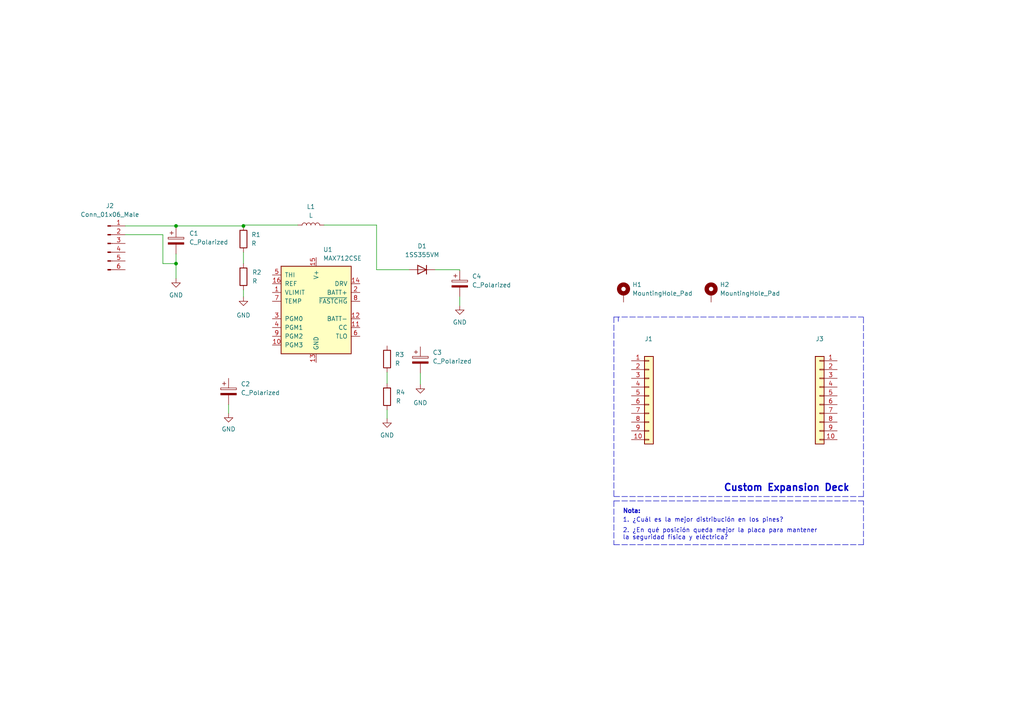
<source format=kicad_sch>
(kicad_sch (version 20211123) (generator eeschema)

  (uuid 0a335a24-3e5f-4e78-86e4-78087c4cb021)

  (paper "A4")

  (title_block
    (title "Crazyflie custom expansion deck")
    (date "2022-09-09")
    (rev "v 1.0")
    (company "@ealvarado.tec")
  )

  (lib_symbols
    (symbol "Battery_Management:MAX712CSE" (pin_names (offset 1.016)) (in_bom yes) (on_board yes)
      (property "Reference" "U" (id 0) (at -8.382 13.97 0)
        (effects (font (size 1.27 1.27)))
      )
      (property "Value" "MAX712CSE" (id 1) (at 2.54 13.97 0)
        (effects (font (size 1.27 1.27)) (justify left))
      )
      (property "Footprint" "Package_SO:SOIC-16_3.9x9.9mm_P1.27mm" (id 2) (at 0 -17.78 0)
        (effects (font (size 1.27 1.27)) hide)
      )
      (property "Datasheet" "https://datasheets.maximintegrated.com/en/ds/MAX712-MAX713.pdf" (id 3) (at -17.78 5.08 0)
        (effects (font (size 1.27 1.27)) hide)
      )
      (property "ki_keywords" "Fast-charge Nickel Metal Hydride (NiMH) from a DC source, 0 to +70 Degree Celcius, SOIC-16" (id 4) (at 0 0 0)
        (effects (font (size 1.27 1.27)) hide)
      )
      (property "ki_description" "Fast-charge Nickel Metal Hydride (NiMH) from a DC source, 0 to +70 Degree Celcius, SOIC-16" (id 5) (at 0 0 0)
        (effects (font (size 1.27 1.27)) hide)
      )
      (property "ki_fp_filters" "SOIC*3.9x9.9mm*P1.27mm*" (id 6) (at 0 0 0)
        (effects (font (size 1.27 1.27)) hide)
      )
      (symbol "MAX712CSE_0_1"
        (rectangle (start -10.16 12.7) (end 10.16 -12.7)
          (stroke (width 0.254) (type default) (color 0 0 0 0))
          (fill (type background))
        )
      )
      (symbol "MAX712CSE_1_1"
        (pin input line (at -12.7 5.08 0) (length 2.54)
          (name "VLIMIT" (effects (font (size 1.27 1.27))))
          (number "1" (effects (font (size 1.27 1.27))))
        )
        (pin input line (at -12.7 -10.16 0) (length 2.54)
          (name "PGM3" (effects (font (size 1.27 1.27))))
          (number "10" (effects (font (size 1.27 1.27))))
        )
        (pin input line (at 12.7 -5.08 180) (length 2.54)
          (name "CC" (effects (font (size 1.27 1.27))))
          (number "11" (effects (font (size 1.27 1.27))))
        )
        (pin input line (at 12.7 -2.54 180) (length 2.54)
          (name "BATT-" (effects (font (size 1.27 1.27))))
          (number "12" (effects (font (size 1.27 1.27))))
        )
        (pin power_in line (at 0 -15.24 90) (length 2.54)
          (name "GND" (effects (font (size 1.27 1.27))))
          (number "13" (effects (font (size 1.27 1.27))))
        )
        (pin output line (at 12.7 7.62 180) (length 2.54)
          (name "DRV" (effects (font (size 1.27 1.27))))
          (number "14" (effects (font (size 1.27 1.27))))
        )
        (pin power_in line (at 0 15.24 270) (length 2.54)
          (name "V+" (effects (font (size 1.27 1.27))))
          (number "15" (effects (font (size 1.27 1.27))))
        )
        (pin power_in line (at -12.7 7.62 0) (length 2.54)
          (name "REF" (effects (font (size 1.27 1.27))))
          (number "16" (effects (font (size 1.27 1.27))))
        )
        (pin power_out line (at 12.7 5.08 180) (length 2.54)
          (name "BATT+" (effects (font (size 1.27 1.27))))
          (number "2" (effects (font (size 1.27 1.27))))
        )
        (pin power_out line (at -12.7 -2.54 0) (length 2.54)
          (name "PGM0" (effects (font (size 1.27 1.27))))
          (number "3" (effects (font (size 1.27 1.27))))
        )
        (pin power_out line (at -12.7 -5.08 0) (length 2.54)
          (name "PGM1" (effects (font (size 1.27 1.27))))
          (number "4" (effects (font (size 1.27 1.27))))
        )
        (pin input line (at -12.7 10.16 0) (length 2.54)
          (name "THI" (effects (font (size 1.27 1.27))))
          (number "5" (effects (font (size 1.27 1.27))))
        )
        (pin input line (at 12.7 -7.62 180) (length 2.54)
          (name "TLO" (effects (font (size 1.27 1.27))))
          (number "6" (effects (font (size 1.27 1.27))))
        )
        (pin input line (at -12.7 2.54 0) (length 2.54)
          (name "TEMP" (effects (font (size 1.27 1.27))))
          (number "7" (effects (font (size 1.27 1.27))))
        )
        (pin open_collector line (at 12.7 2.54 180) (length 2.54)
          (name "~{FASTCHG}" (effects (font (size 1.27 1.27))))
          (number "8" (effects (font (size 1.27 1.27))))
        )
        (pin input line (at -12.7 -7.62 0) (length 2.54)
          (name "PGM2" (effects (font (size 1.27 1.27))))
          (number "9" (effects (font (size 1.27 1.27))))
        )
      )
    )
    (symbol "Connector:Conn_01x06_Male" (pin_names (offset 1.016) hide) (in_bom yes) (on_board yes)
      (property "Reference" "J" (id 0) (at 0 7.62 0)
        (effects (font (size 1.27 1.27)))
      )
      (property "Value" "Conn_01x06_Male" (id 1) (at 0 -10.16 0)
        (effects (font (size 1.27 1.27)))
      )
      (property "Footprint" "" (id 2) (at 0 0 0)
        (effects (font (size 1.27 1.27)) hide)
      )
      (property "Datasheet" "~" (id 3) (at 0 0 0)
        (effects (font (size 1.27 1.27)) hide)
      )
      (property "ki_keywords" "connector" (id 4) (at 0 0 0)
        (effects (font (size 1.27 1.27)) hide)
      )
      (property "ki_description" "Generic connector, single row, 01x06, script generated (kicad-library-utils/schlib/autogen/connector/)" (id 5) (at 0 0 0)
        (effects (font (size 1.27 1.27)) hide)
      )
      (property "ki_fp_filters" "Connector*:*_1x??_*" (id 6) (at 0 0 0)
        (effects (font (size 1.27 1.27)) hide)
      )
      (symbol "Conn_01x06_Male_1_1"
        (polyline
          (pts
            (xy 1.27 -7.62)
            (xy 0.8636 -7.62)
          )
          (stroke (width 0.1524) (type default) (color 0 0 0 0))
          (fill (type none))
        )
        (polyline
          (pts
            (xy 1.27 -5.08)
            (xy 0.8636 -5.08)
          )
          (stroke (width 0.1524) (type default) (color 0 0 0 0))
          (fill (type none))
        )
        (polyline
          (pts
            (xy 1.27 -2.54)
            (xy 0.8636 -2.54)
          )
          (stroke (width 0.1524) (type default) (color 0 0 0 0))
          (fill (type none))
        )
        (polyline
          (pts
            (xy 1.27 0)
            (xy 0.8636 0)
          )
          (stroke (width 0.1524) (type default) (color 0 0 0 0))
          (fill (type none))
        )
        (polyline
          (pts
            (xy 1.27 2.54)
            (xy 0.8636 2.54)
          )
          (stroke (width 0.1524) (type default) (color 0 0 0 0))
          (fill (type none))
        )
        (polyline
          (pts
            (xy 1.27 5.08)
            (xy 0.8636 5.08)
          )
          (stroke (width 0.1524) (type default) (color 0 0 0 0))
          (fill (type none))
        )
        (rectangle (start 0.8636 -7.493) (end 0 -7.747)
          (stroke (width 0.1524) (type default) (color 0 0 0 0))
          (fill (type outline))
        )
        (rectangle (start 0.8636 -4.953) (end 0 -5.207)
          (stroke (width 0.1524) (type default) (color 0 0 0 0))
          (fill (type outline))
        )
        (rectangle (start 0.8636 -2.413) (end 0 -2.667)
          (stroke (width 0.1524) (type default) (color 0 0 0 0))
          (fill (type outline))
        )
        (rectangle (start 0.8636 0.127) (end 0 -0.127)
          (stroke (width 0.1524) (type default) (color 0 0 0 0))
          (fill (type outline))
        )
        (rectangle (start 0.8636 2.667) (end 0 2.413)
          (stroke (width 0.1524) (type default) (color 0 0 0 0))
          (fill (type outline))
        )
        (rectangle (start 0.8636 5.207) (end 0 4.953)
          (stroke (width 0.1524) (type default) (color 0 0 0 0))
          (fill (type outline))
        )
        (pin passive line (at 5.08 5.08 180) (length 3.81)
          (name "Pin_1" (effects (font (size 1.27 1.27))))
          (number "1" (effects (font (size 1.27 1.27))))
        )
        (pin passive line (at 5.08 2.54 180) (length 3.81)
          (name "Pin_2" (effects (font (size 1.27 1.27))))
          (number "2" (effects (font (size 1.27 1.27))))
        )
        (pin passive line (at 5.08 0 180) (length 3.81)
          (name "Pin_3" (effects (font (size 1.27 1.27))))
          (number "3" (effects (font (size 1.27 1.27))))
        )
        (pin passive line (at 5.08 -2.54 180) (length 3.81)
          (name "Pin_4" (effects (font (size 1.27 1.27))))
          (number "4" (effects (font (size 1.27 1.27))))
        )
        (pin passive line (at 5.08 -5.08 180) (length 3.81)
          (name "Pin_5" (effects (font (size 1.27 1.27))))
          (number "5" (effects (font (size 1.27 1.27))))
        )
        (pin passive line (at 5.08 -7.62 180) (length 3.81)
          (name "Pin_6" (effects (font (size 1.27 1.27))))
          (number "6" (effects (font (size 1.27 1.27))))
        )
      )
    )
    (symbol "Connector_Generic:Conn_01x10" (pin_names (offset 1.016) hide) (in_bom yes) (on_board yes)
      (property "Reference" "J" (id 0) (at 0 12.7 0)
        (effects (font (size 1.27 1.27)))
      )
      (property "Value" "Conn_01x10" (id 1) (at 0 -15.24 0)
        (effects (font (size 1.27 1.27)))
      )
      (property "Footprint" "" (id 2) (at 0 0 0)
        (effects (font (size 1.27 1.27)) hide)
      )
      (property "Datasheet" "~" (id 3) (at 0 0 0)
        (effects (font (size 1.27 1.27)) hide)
      )
      (property "ki_keywords" "connector" (id 4) (at 0 0 0)
        (effects (font (size 1.27 1.27)) hide)
      )
      (property "ki_description" "Generic connector, single row, 01x10, script generated (kicad-library-utils/schlib/autogen/connector/)" (id 5) (at 0 0 0)
        (effects (font (size 1.27 1.27)) hide)
      )
      (property "ki_fp_filters" "Connector*:*_1x??_*" (id 6) (at 0 0 0)
        (effects (font (size 1.27 1.27)) hide)
      )
      (symbol "Conn_01x10_1_1"
        (rectangle (start -1.27 -12.573) (end 0 -12.827)
          (stroke (width 0.1524) (type default) (color 0 0 0 0))
          (fill (type none))
        )
        (rectangle (start -1.27 -10.033) (end 0 -10.287)
          (stroke (width 0.1524) (type default) (color 0 0 0 0))
          (fill (type none))
        )
        (rectangle (start -1.27 -7.493) (end 0 -7.747)
          (stroke (width 0.1524) (type default) (color 0 0 0 0))
          (fill (type none))
        )
        (rectangle (start -1.27 -4.953) (end 0 -5.207)
          (stroke (width 0.1524) (type default) (color 0 0 0 0))
          (fill (type none))
        )
        (rectangle (start -1.27 -2.413) (end 0 -2.667)
          (stroke (width 0.1524) (type default) (color 0 0 0 0))
          (fill (type none))
        )
        (rectangle (start -1.27 0.127) (end 0 -0.127)
          (stroke (width 0.1524) (type default) (color 0 0 0 0))
          (fill (type none))
        )
        (rectangle (start -1.27 2.667) (end 0 2.413)
          (stroke (width 0.1524) (type default) (color 0 0 0 0))
          (fill (type none))
        )
        (rectangle (start -1.27 5.207) (end 0 4.953)
          (stroke (width 0.1524) (type default) (color 0 0 0 0))
          (fill (type none))
        )
        (rectangle (start -1.27 7.747) (end 0 7.493)
          (stroke (width 0.1524) (type default) (color 0 0 0 0))
          (fill (type none))
        )
        (rectangle (start -1.27 10.287) (end 0 10.033)
          (stroke (width 0.1524) (type default) (color 0 0 0 0))
          (fill (type none))
        )
        (rectangle (start -1.27 11.43) (end 1.27 -13.97)
          (stroke (width 0.254) (type default) (color 0 0 0 0))
          (fill (type background))
        )
        (pin passive line (at -5.08 10.16 0) (length 3.81)
          (name "Pin_1" (effects (font (size 1.27 1.27))))
          (number "1" (effects (font (size 1.27 1.27))))
        )
        (pin passive line (at -5.08 -12.7 0) (length 3.81)
          (name "Pin_10" (effects (font (size 1.27 1.27))))
          (number "10" (effects (font (size 1.27 1.27))))
        )
        (pin passive line (at -5.08 7.62 0) (length 3.81)
          (name "Pin_2" (effects (font (size 1.27 1.27))))
          (number "2" (effects (font (size 1.27 1.27))))
        )
        (pin passive line (at -5.08 5.08 0) (length 3.81)
          (name "Pin_3" (effects (font (size 1.27 1.27))))
          (number "3" (effects (font (size 1.27 1.27))))
        )
        (pin passive line (at -5.08 2.54 0) (length 3.81)
          (name "Pin_4" (effects (font (size 1.27 1.27))))
          (number "4" (effects (font (size 1.27 1.27))))
        )
        (pin passive line (at -5.08 0 0) (length 3.81)
          (name "Pin_5" (effects (font (size 1.27 1.27))))
          (number "5" (effects (font (size 1.27 1.27))))
        )
        (pin passive line (at -5.08 -2.54 0) (length 3.81)
          (name "Pin_6" (effects (font (size 1.27 1.27))))
          (number "6" (effects (font (size 1.27 1.27))))
        )
        (pin passive line (at -5.08 -5.08 0) (length 3.81)
          (name "Pin_7" (effects (font (size 1.27 1.27))))
          (number "7" (effects (font (size 1.27 1.27))))
        )
        (pin passive line (at -5.08 -7.62 0) (length 3.81)
          (name "Pin_8" (effects (font (size 1.27 1.27))))
          (number "8" (effects (font (size 1.27 1.27))))
        )
        (pin passive line (at -5.08 -10.16 0) (length 3.81)
          (name "Pin_9" (effects (font (size 1.27 1.27))))
          (number "9" (effects (font (size 1.27 1.27))))
        )
      )
    )
    (symbol "Device:C_Polarized" (pin_numbers hide) (pin_names (offset 0.254)) (in_bom yes) (on_board yes)
      (property "Reference" "C" (id 0) (at 0.635 2.54 0)
        (effects (font (size 1.27 1.27)) (justify left))
      )
      (property "Value" "C_Polarized" (id 1) (at 0.635 -2.54 0)
        (effects (font (size 1.27 1.27)) (justify left))
      )
      (property "Footprint" "" (id 2) (at 0.9652 -3.81 0)
        (effects (font (size 1.27 1.27)) hide)
      )
      (property "Datasheet" "~" (id 3) (at 0 0 0)
        (effects (font (size 1.27 1.27)) hide)
      )
      (property "ki_keywords" "cap capacitor" (id 4) (at 0 0 0)
        (effects (font (size 1.27 1.27)) hide)
      )
      (property "ki_description" "Polarized capacitor" (id 5) (at 0 0 0)
        (effects (font (size 1.27 1.27)) hide)
      )
      (property "ki_fp_filters" "CP_*" (id 6) (at 0 0 0)
        (effects (font (size 1.27 1.27)) hide)
      )
      (symbol "C_Polarized_0_1"
        (rectangle (start -2.286 0.508) (end 2.286 1.016)
          (stroke (width 0) (type default) (color 0 0 0 0))
          (fill (type none))
        )
        (polyline
          (pts
            (xy -1.778 2.286)
            (xy -0.762 2.286)
          )
          (stroke (width 0) (type default) (color 0 0 0 0))
          (fill (type none))
        )
        (polyline
          (pts
            (xy -1.27 2.794)
            (xy -1.27 1.778)
          )
          (stroke (width 0) (type default) (color 0 0 0 0))
          (fill (type none))
        )
        (rectangle (start 2.286 -0.508) (end -2.286 -1.016)
          (stroke (width 0) (type default) (color 0 0 0 0))
          (fill (type outline))
        )
      )
      (symbol "C_Polarized_1_1"
        (pin passive line (at 0 3.81 270) (length 2.794)
          (name "~" (effects (font (size 1.27 1.27))))
          (number "1" (effects (font (size 1.27 1.27))))
        )
        (pin passive line (at 0 -3.81 90) (length 2.794)
          (name "~" (effects (font (size 1.27 1.27))))
          (number "2" (effects (font (size 1.27 1.27))))
        )
      )
    )
    (symbol "Device:L" (pin_numbers hide) (pin_names (offset 1.016) hide) (in_bom yes) (on_board yes)
      (property "Reference" "L" (id 0) (at -1.27 0 90)
        (effects (font (size 1.27 1.27)))
      )
      (property "Value" "L" (id 1) (at 1.905 0 90)
        (effects (font (size 1.27 1.27)))
      )
      (property "Footprint" "" (id 2) (at 0 0 0)
        (effects (font (size 1.27 1.27)) hide)
      )
      (property "Datasheet" "~" (id 3) (at 0 0 0)
        (effects (font (size 1.27 1.27)) hide)
      )
      (property "ki_keywords" "inductor choke coil reactor magnetic" (id 4) (at 0 0 0)
        (effects (font (size 1.27 1.27)) hide)
      )
      (property "ki_description" "Inductor" (id 5) (at 0 0 0)
        (effects (font (size 1.27 1.27)) hide)
      )
      (property "ki_fp_filters" "Choke_* *Coil* Inductor_* L_*" (id 6) (at 0 0 0)
        (effects (font (size 1.27 1.27)) hide)
      )
      (symbol "L_0_1"
        (arc (start 0 -2.54) (mid 0.635 -1.905) (end 0 -1.27)
          (stroke (width 0) (type default) (color 0 0 0 0))
          (fill (type none))
        )
        (arc (start 0 -1.27) (mid 0.635 -0.635) (end 0 0)
          (stroke (width 0) (type default) (color 0 0 0 0))
          (fill (type none))
        )
        (arc (start 0 0) (mid 0.635 0.635) (end 0 1.27)
          (stroke (width 0) (type default) (color 0 0 0 0))
          (fill (type none))
        )
        (arc (start 0 1.27) (mid 0.635 1.905) (end 0 2.54)
          (stroke (width 0) (type default) (color 0 0 0 0))
          (fill (type none))
        )
      )
      (symbol "L_1_1"
        (pin passive line (at 0 3.81 270) (length 1.27)
          (name "1" (effects (font (size 1.27 1.27))))
          (number "1" (effects (font (size 1.27 1.27))))
        )
        (pin passive line (at 0 -3.81 90) (length 1.27)
          (name "2" (effects (font (size 1.27 1.27))))
          (number "2" (effects (font (size 1.27 1.27))))
        )
      )
    )
    (symbol "Device:R" (pin_numbers hide) (pin_names (offset 0)) (in_bom yes) (on_board yes)
      (property "Reference" "R" (id 0) (at 2.032 0 90)
        (effects (font (size 1.27 1.27)))
      )
      (property "Value" "R" (id 1) (at 0 0 90)
        (effects (font (size 1.27 1.27)))
      )
      (property "Footprint" "" (id 2) (at -1.778 0 90)
        (effects (font (size 1.27 1.27)) hide)
      )
      (property "Datasheet" "~" (id 3) (at 0 0 0)
        (effects (font (size 1.27 1.27)) hide)
      )
      (property "ki_keywords" "R res resistor" (id 4) (at 0 0 0)
        (effects (font (size 1.27 1.27)) hide)
      )
      (property "ki_description" "Resistor" (id 5) (at 0 0 0)
        (effects (font (size 1.27 1.27)) hide)
      )
      (property "ki_fp_filters" "R_*" (id 6) (at 0 0 0)
        (effects (font (size 1.27 1.27)) hide)
      )
      (symbol "R_0_1"
        (rectangle (start -1.016 -2.54) (end 1.016 2.54)
          (stroke (width 0.254) (type default) (color 0 0 0 0))
          (fill (type none))
        )
      )
      (symbol "R_1_1"
        (pin passive line (at 0 3.81 270) (length 1.27)
          (name "~" (effects (font (size 1.27 1.27))))
          (number "1" (effects (font (size 1.27 1.27))))
        )
        (pin passive line (at 0 -3.81 90) (length 1.27)
          (name "~" (effects (font (size 1.27 1.27))))
          (number "2" (effects (font (size 1.27 1.27))))
        )
      )
    )
    (symbol "Diode:1SS355VM" (pin_numbers hide) (pin_names (offset 1.016) hide) (in_bom yes) (on_board yes)
      (property "Reference" "D" (id 0) (at 0 2.54 0)
        (effects (font (size 1.27 1.27)))
      )
      (property "Value" "1SS355VM" (id 1) (at 0 -2.54 0)
        (effects (font (size 1.27 1.27)))
      )
      (property "Footprint" "Diode_SMD:D_SOD-323F" (id 2) (at 0 -4.445 0)
        (effects (font (size 1.27 1.27)) hide)
      )
      (property "Datasheet" "https://fscdn.rohm.com/en/products/databook/datasheet/discrete/diode/switching/1ss355vmte-17-e.pdf" (id 3) (at 0 0 0)
        (effects (font (size 1.27 1.27)) hide)
      )
      (property "ki_keywords" "diode" (id 4) (at 0 0 0)
        (effects (font (size 1.27 1.27)) hide)
      )
      (property "ki_description" "90V 0.1A high speed switching Diode, SOD-323F" (id 5) (at 0 0 0)
        (effects (font (size 1.27 1.27)) hide)
      )
      (property "ki_fp_filters" "D*SOD?323F*" (id 6) (at 0 0 0)
        (effects (font (size 1.27 1.27)) hide)
      )
      (symbol "1SS355VM_0_1"
        (polyline
          (pts
            (xy -1.27 1.27)
            (xy -1.27 -1.27)
          )
          (stroke (width 0.254) (type default) (color 0 0 0 0))
          (fill (type none))
        )
        (polyline
          (pts
            (xy 1.27 0)
            (xy -1.27 0)
          )
          (stroke (width 0) (type default) (color 0 0 0 0))
          (fill (type none))
        )
        (polyline
          (pts
            (xy 1.27 1.27)
            (xy 1.27 -1.27)
            (xy -1.27 0)
            (xy 1.27 1.27)
          )
          (stroke (width 0.254) (type default) (color 0 0 0 0))
          (fill (type none))
        )
      )
      (symbol "1SS355VM_1_1"
        (pin passive line (at -3.81 0 0) (length 2.54)
          (name "K" (effects (font (size 1.27 1.27))))
          (number "1" (effects (font (size 1.27 1.27))))
        )
        (pin passive line (at 3.81 0 180) (length 2.54)
          (name "A" (effects (font (size 1.27 1.27))))
          (number "2" (effects (font (size 1.27 1.27))))
        )
      )
    )
    (symbol "Mechanical:MountingHole_Pad" (pin_numbers hide) (pin_names (offset 1.016) hide) (in_bom yes) (on_board yes)
      (property "Reference" "H" (id 0) (at 0 6.35 0)
        (effects (font (size 1.27 1.27)))
      )
      (property "Value" "MountingHole_Pad" (id 1) (at 0 4.445 0)
        (effects (font (size 1.27 1.27)))
      )
      (property "Footprint" "" (id 2) (at 0 0 0)
        (effects (font (size 1.27 1.27)) hide)
      )
      (property "Datasheet" "~" (id 3) (at 0 0 0)
        (effects (font (size 1.27 1.27)) hide)
      )
      (property "ki_keywords" "mounting hole" (id 4) (at 0 0 0)
        (effects (font (size 1.27 1.27)) hide)
      )
      (property "ki_description" "Mounting Hole with connection" (id 5) (at 0 0 0)
        (effects (font (size 1.27 1.27)) hide)
      )
      (property "ki_fp_filters" "MountingHole*Pad*" (id 6) (at 0 0 0)
        (effects (font (size 1.27 1.27)) hide)
      )
      (symbol "MountingHole_Pad_0_1"
        (circle (center 0 1.27) (radius 1.27)
          (stroke (width 1.27) (type default) (color 0 0 0 0))
          (fill (type none))
        )
      )
      (symbol "MountingHole_Pad_1_1"
        (pin input line (at 0 -2.54 90) (length 2.54)
          (name "1" (effects (font (size 1.27 1.27))))
          (number "1" (effects (font (size 1.27 1.27))))
        )
      )
    )
    (symbol "power:GND" (power) (pin_names (offset 0)) (in_bom yes) (on_board yes)
      (property "Reference" "#PWR" (id 0) (at 0 -6.35 0)
        (effects (font (size 1.27 1.27)) hide)
      )
      (property "Value" "GND" (id 1) (at 0 -3.81 0)
        (effects (font (size 1.27 1.27)))
      )
      (property "Footprint" "" (id 2) (at 0 0 0)
        (effects (font (size 1.27 1.27)) hide)
      )
      (property "Datasheet" "" (id 3) (at 0 0 0)
        (effects (font (size 1.27 1.27)) hide)
      )
      (property "ki_keywords" "power-flag" (id 4) (at 0 0 0)
        (effects (font (size 1.27 1.27)) hide)
      )
      (property "ki_description" "Power symbol creates a global label with name \"GND\" , ground" (id 5) (at 0 0 0)
        (effects (font (size 1.27 1.27)) hide)
      )
      (symbol "GND_0_1"
        (polyline
          (pts
            (xy 0 0)
            (xy 0 -1.27)
            (xy 1.27 -1.27)
            (xy 0 -2.54)
            (xy -1.27 -1.27)
            (xy 0 -1.27)
          )
          (stroke (width 0) (type default) (color 0 0 0 0))
          (fill (type none))
        )
      )
      (symbol "GND_1_1"
        (pin power_in line (at 0 0 270) (length 0) hide
          (name "GND" (effects (font (size 1.27 1.27))))
          (number "1" (effects (font (size 1.27 1.27))))
        )
      )
    )
  )

  (junction (at 70.612 65.532) (diameter 0) (color 0 0 0 0)
    (uuid 763c5d1f-3732-48ea-889e-d548a65869b6)
  )
  (junction (at 51.054 65.532) (diameter 0) (color 0 0 0 0)
    (uuid 94c82581-5259-4dfb-8d20-5dc52e24a8b6)
  )
  (junction (at 51.054 76.454) (diameter 0) (color 0 0 0 0)
    (uuid 9e249b12-5604-4a6f-a21a-5a6e4232272c)
  )

  (wire (pts (xy 66.294 117.348) (xy 66.294 119.888))
    (stroke (width 0) (type default) (color 0 0 0 0))
    (uuid 156888e2-cbe8-400f-8de4-15458e1662a7)
  )
  (polyline (pts (xy 250.444 144.018) (xy 250.444 91.948))
    (stroke (width 0) (type default) (color 0 0 0 0))
    (uuid 15ef7d2d-9053-4279-b064-3e508c007e06)
  )
  (polyline (pts (xy 250.444 157.988) (xy 250.444 145.288))
    (stroke (width 0) (type default) (color 0 0 0 0))
    (uuid 19f2edf6-2dec-43ec-9088-2653d59fb2cf)
  )

  (wire (pts (xy 36.322 65.532) (xy 51.054 65.532))
    (stroke (width 0) (type default) (color 0 0 0 0))
    (uuid 2468ae35-b372-4cfa-83da-4cf802cb7f92)
  )
  (wire (pts (xy 47.244 68.072) (xy 47.244 76.454))
    (stroke (width 0) (type default) (color 0 0 0 0))
    (uuid 35afef46-dfbe-4379-9e97-b5f138629eca)
  )
  (wire (pts (xy 70.612 84.074) (xy 70.612 86.106))
    (stroke (width 0) (type default) (color 0 0 0 0))
    (uuid 3690b4da-895b-40ba-be06-c310cb533c0a)
  )
  (polyline (pts (xy 178.054 145.288) (xy 178.054 157.988))
    (stroke (width 0) (type default) (color 0 0 0 0))
    (uuid 5983b0b4-bbda-4771-8a9a-8180fcfa0cf1)
  )

  (wire (pts (xy 109.22 65.278) (xy 93.98 65.278))
    (stroke (width 0) (type default) (color 0 0 0 0))
    (uuid 618876a1-bb8a-4ace-986b-cef2e2ff563a)
  )
  (wire (pts (xy 51.054 65.532) (xy 51.054 66.04))
    (stroke (width 0) (type default) (color 0 0 0 0))
    (uuid 6362a984-9445-4b44-81aa-ec8fe104d4ca)
  )
  (polyline (pts (xy 178.054 91.948) (xy 250.444 91.948))
    (stroke (width 0) (type default) (color 0 0 0 0))
    (uuid 66b37df6-2974-4c0f-b266-be70760e6071)
  )

  (wire (pts (xy 112.268 118.872) (xy 112.268 121.412))
    (stroke (width 0) (type default) (color 0 0 0 0))
    (uuid 78f4b4fc-14b9-44ea-9352-7fc14c37aee1)
  )
  (polyline (pts (xy 178.054 144.018) (xy 250.444 144.018))
    (stroke (width 0) (type default) (color 0 0 0 0))
    (uuid 7b6f1254-cb91-46b9-9436-7ef366153c0a)
  )

  (wire (pts (xy 118.618 78.232) (xy 109.22 78.232))
    (stroke (width 0) (type default) (color 0 0 0 0))
    (uuid 82a14640-1456-407c-a006-e2842461fb4f)
  )
  (wire (pts (xy 36.322 68.072) (xy 47.244 68.072))
    (stroke (width 0) (type default) (color 0 0 0 0))
    (uuid 85738997-42f8-4b25-b652-dbf727d24af1)
  )
  (wire (pts (xy 121.92 108.204) (xy 121.92 111.506))
    (stroke (width 0) (type default) (color 0 0 0 0))
    (uuid 89b8a8b0-2a51-4770-9a9a-c3ab72a4c69c)
  )
  (wire (pts (xy 51.054 73.66) (xy 51.054 76.454))
    (stroke (width 0) (type default) (color 0 0 0 0))
    (uuid 8aec4441-4dc6-4783-a23b-1730f737c3db)
  )
  (wire (pts (xy 133.35 78.232) (xy 133.35 78.486))
    (stroke (width 0) (type default) (color 0 0 0 0))
    (uuid 9d8c05c0-0f62-49ee-9472-e3b741af66e1)
  )
  (wire (pts (xy 126.238 78.232) (xy 133.35 78.232))
    (stroke (width 0) (type default) (color 0 0 0 0))
    (uuid a121a7f2-b685-4e2d-a65e-a450f2b1e8f8)
  )
  (wire (pts (xy 86.36 65.278) (xy 70.612 65.278))
    (stroke (width 0) (type default) (color 0 0 0 0))
    (uuid a348793b-346a-46de-84c7-df3238a8593a)
  )
  (wire (pts (xy 51.054 65.532) (xy 70.612 65.532))
    (stroke (width 0) (type default) (color 0 0 0 0))
    (uuid a491a400-c8e9-4382-8fb4-b8e49b53322d)
  )
  (polyline (pts (xy 178.054 157.988) (xy 250.444 157.988))
    (stroke (width 0) (type default) (color 0 0 0 0))
    (uuid ab6ea595-6e95-4d1d-9ba1-4e30470f9344)
  )

  (wire (pts (xy 109.22 78.232) (xy 109.22 65.278))
    (stroke (width 0) (type default) (color 0 0 0 0))
    (uuid ac0aaad4-0f2e-4dc0-9d2d-fa9559733582)
  )
  (wire (pts (xy 133.35 86.106) (xy 133.35 88.646))
    (stroke (width 0) (type default) (color 0 0 0 0))
    (uuid b5f9e819-094f-4cc7-a78e-7c7f40ab4d2b)
  )
  (wire (pts (xy 51.054 76.454) (xy 51.054 80.772))
    (stroke (width 0) (type default) (color 0 0 0 0))
    (uuid b952258c-df26-4af4-a069-c649a3ea99f4)
  )
  (wire (pts (xy 47.244 76.454) (xy 51.054 76.454))
    (stroke (width 0) (type default) (color 0 0 0 0))
    (uuid be373ce3-03d3-4dfd-bc07-449926b7c5eb)
  )
  (wire (pts (xy 70.612 73.152) (xy 70.612 76.454))
    (stroke (width 0) (type default) (color 0 0 0 0))
    (uuid d2fca1c3-b55e-4992-988a-28aea400cda4)
  )
  (polyline (pts (xy 178.054 91.948) (xy 178.054 144.018))
    (stroke (width 0) (type default) (color 0 0 0 0))
    (uuid dc304592-c4d3-47d1-9ea7-79f694c4279b)
  )

  (wire (pts (xy 70.612 65.278) (xy 70.612 65.532))
    (stroke (width 0) (type default) (color 0 0 0 0))
    (uuid e11b49c4-7394-48cf-9b60-e8dfc6f76a28)
  )
  (polyline (pts (xy 179.324 91.948) (xy 179.324 93.218))
    (stroke (width 0) (type default) (color 0 0 0 0))
    (uuid e5544909-2ac3-41cd-a25e-16d5cb4c1990)
  )

  (wire (pts (xy 112.268 107.95) (xy 112.268 111.252))
    (stroke (width 0) (type default) (color 0 0 0 0))
    (uuid ecd66beb-52a2-4be8-8303-fed724b81dfe)
  )
  (polyline (pts (xy 178.054 145.288) (xy 250.444 145.288))
    (stroke (width 0) (type default) (color 0 0 0 0))
    (uuid fbd7031e-9dc8-48c7-a1a6-244435fd4dcc)
  )

  (text "Nota:" (at 180.594 149.098 0)
    (effects (font (size 1.27 1.27) bold) (justify left bottom))
    (uuid 1c0e2ea8-5960-47a4-aae3-e669ab18964e)
  )
  (text "1. ¿Cuál es la mejor distribución en los pines?" (at 180.594 151.638 0)
    (effects (font (size 1.27 1.27)) (justify left bottom))
    (uuid 1c375481-2efe-4972-bfc8-bed132e58b95)
  )
  (text "2. ¿En qué posición queda mejor la placa para mantener \nla seguridad física y eléctrica?"
    (at 180.594 156.718 0)
    (effects (font (size 1.27 1.27)) (justify left bottom))
    (uuid 70de6465-7817-4788-acfb-d135e8ef8f36)
  )
  (text "Custom Expansion Deck" (at 209.804 142.748 0)
    (effects (font (size 2 2) (thickness 0.4) bold) (justify left bottom))
    (uuid bffb0587-a73d-4ab7-8733-195b93374e25)
  )

  (symbol (lib_id "Device:R") (at 112.268 104.14 0) (unit 1)
    (in_bom yes) (on_board yes) (fields_autoplaced)
    (uuid 031c9aea-a5d3-4ccd-b00e-bb672138a24f)
    (property "Reference" "R3" (id 0) (at 114.554 102.8699 0)
      (effects (font (size 1.27 1.27)) (justify left))
    )
    (property "Value" "R" (id 1) (at 114.554 105.4099 0)
      (effects (font (size 1.27 1.27)) (justify left))
    )
    (property "Footprint" "Resistor_SMD:R_0805_2012Metric" (id 2) (at 110.49 104.14 90)
      (effects (font (size 1.27 1.27)) hide)
    )
    (property "Datasheet" "~" (id 3) (at 112.268 104.14 0)
      (effects (font (size 1.27 1.27)) hide)
    )
    (pin "1" (uuid 62b26fad-c781-43bd-b22e-80cb22b4ad47))
    (pin "2" (uuid 60b07abb-fef1-4ddf-a949-cdd47fa08d0f))
  )

  (symbol (lib_id "Device:C_Polarized") (at 121.92 104.394 0) (unit 1)
    (in_bom yes) (on_board yes) (fields_autoplaced)
    (uuid 0c90cede-2451-4e6a-9b12-8ae0f51663fb)
    (property "Reference" "C3" (id 0) (at 125.476 102.2349 0)
      (effects (font (size 1.27 1.27)) (justify left))
    )
    (property "Value" "C_Polarized" (id 1) (at 125.476 104.7749 0)
      (effects (font (size 1.27 1.27)) (justify left))
    )
    (property "Footprint" "Capacitor_SMD:C_1210_3225Metric" (id 2) (at 122.8852 108.204 0)
      (effects (font (size 1.27 1.27)) hide)
    )
    (property "Datasheet" "~" (id 3) (at 121.92 104.394 0)
      (effects (font (size 1.27 1.27)) hide)
    )
    (pin "1" (uuid 76670194-4a46-4784-ae17-821bd25d8b44))
    (pin "2" (uuid 9aaaec96-ae84-4604-b727-85cd361bf4bc))
  )

  (symbol (lib_id "power:GND") (at 70.612 86.106 0) (unit 1)
    (in_bom yes) (on_board yes) (fields_autoplaced)
    (uuid 16518fd8-7ca0-4886-b64c-10d065f28ab5)
    (property "Reference" "#PWR0102" (id 0) (at 70.612 92.456 0)
      (effects (font (size 1.27 1.27)) hide)
    )
    (property "Value" "GND" (id 1) (at 70.612 91.44 0))
    (property "Footprint" "" (id 2) (at 70.612 86.106 0)
      (effects (font (size 1.27 1.27)) hide)
    )
    (property "Datasheet" "" (id 3) (at 70.612 86.106 0)
      (effects (font (size 1.27 1.27)) hide)
    )
    (pin "1" (uuid aee47cd9-a43c-491d-a5b8-39092aa835a6))
  )

  (symbol (lib_id "Connector_Generic:Conn_01x10") (at 188.214 114.808 0) (unit 1)
    (in_bom yes) (on_board yes)
    (uuid 388ad4a6-c2ab-454b-ae40-8bf09ddb6eea)
    (property "Reference" "J1" (id 0) (at 186.944 98.298 0)
      (effects (font (size 1.27 1.27)) (justify left))
    )
    (property "Value" "Conn_01x10" (id 1) (at 190.754 117.3479 0)
      (effects (font (size 1.27 1.27)) (justify left) hide)
    )
    (property "Footprint" "Connector_PinSocket_1.27mm:PinSocket_1x10_P1.27mm_Vertical_SMD_Pin1Left" (id 2) (at 188.214 114.808 0)
      (effects (font (size 1.27 1.27)) hide)
    )
    (property "Datasheet" "~" (id 3) (at 188.214 114.808 0)
      (effects (font (size 1.27 1.27)) hide)
    )
    (pin "1" (uuid e69b17dd-2216-4663-b623-d2b6884f8f8d))
    (pin "10" (uuid 2f99feff-85f3-4842-9607-dfae3e212a14))
    (pin "2" (uuid e33f4537-2a3e-4c33-a52e-95cc7d91dd33))
    (pin "3" (uuid 4ea3e6f3-e15e-4f5a-9463-cba2e8ff7c66))
    (pin "4" (uuid 355c7aa9-926a-49e0-8f9b-8d815cddf11b))
    (pin "5" (uuid 79f971b7-bd86-466e-aa9b-cc523ecc13ef))
    (pin "6" (uuid 570acdf5-3b43-40ba-8304-004f9b5ea9d1))
    (pin "7" (uuid 486b3543-9944-405c-909b-f546be784c0c))
    (pin "8" (uuid 5184a769-b6c4-4c88-9bee-3aa2ed93294b))
    (pin "9" (uuid ed9d5786-79a6-4735-a58a-c440eb34555d))
  )

  (symbol (lib_id "power:GND") (at 112.268 121.412 0) (unit 1)
    (in_bom yes) (on_board yes) (fields_autoplaced)
    (uuid 3f9f27dd-e870-4eb7-ba56-f3d87dc6bd02)
    (property "Reference" "#PWR0106" (id 0) (at 112.268 127.762 0)
      (effects (font (size 1.27 1.27)) hide)
    )
    (property "Value" "GND" (id 1) (at 112.268 126.238 0))
    (property "Footprint" "" (id 2) (at 112.268 121.412 0)
      (effects (font (size 1.27 1.27)) hide)
    )
    (property "Datasheet" "" (id 3) (at 112.268 121.412 0)
      (effects (font (size 1.27 1.27)) hide)
    )
    (pin "1" (uuid ab20e189-d3d3-408c-893a-bfd52fb6dccf))
  )

  (symbol (lib_id "Device:C_Polarized") (at 51.054 69.85 0) (unit 1)
    (in_bom yes) (on_board yes) (fields_autoplaced)
    (uuid 4d3e9d1d-ce51-42ca-be59-2c77834705f0)
    (property "Reference" "C1" (id 0) (at 54.864 67.6909 0)
      (effects (font (size 1.27 1.27)) (justify left))
    )
    (property "Value" "C_Polarized" (id 1) (at 54.864 70.2309 0)
      (effects (font (size 1.27 1.27)) (justify left))
    )
    (property "Footprint" "Capacitor_Tantalum_SMD:CP_EIA-3528-15_AVX-H" (id 2) (at 52.0192 73.66 0)
      (effects (font (size 1.27 1.27)) hide)
    )
    (property "Datasheet" "~" (id 3) (at 51.054 69.85 0)
      (effects (font (size 1.27 1.27)) hide)
    )
    (pin "1" (uuid 0e393eeb-2028-4f16-a4d8-3c2707ef06c0))
    (pin "2" (uuid 351eaefd-9c60-4d79-ac33-19e207c6b3a7))
  )

  (symbol (lib_id "power:GND") (at 66.294 119.888 0) (unit 1)
    (in_bom yes) (on_board yes) (fields_autoplaced)
    (uuid 5f35eab4-bc90-4f23-b4b6-b3557df67844)
    (property "Reference" "#PWR0103" (id 0) (at 66.294 126.238 0)
      (effects (font (size 1.27 1.27)) hide)
    )
    (property "Value" "GND" (id 1) (at 66.294 124.46 0))
    (property "Footprint" "" (id 2) (at 66.294 119.888 0)
      (effects (font (size 1.27 1.27)) hide)
    )
    (property "Datasheet" "" (id 3) (at 66.294 119.888 0)
      (effects (font (size 1.27 1.27)) hide)
    )
    (pin "1" (uuid d7c629eb-6d9b-42ee-9926-9a09019fed13))
  )

  (symbol (lib_id "Device:L") (at 90.17 65.278 90) (unit 1)
    (in_bom yes) (on_board yes) (fields_autoplaced)
    (uuid 63f68aae-215d-48f8-934a-2726f16762b6)
    (property "Reference" "L1" (id 0) (at 90.17 59.944 90))
    (property "Value" "L" (id 1) (at 90.17 62.484 90))
    (property "Footprint" "Inductor_SMD:L_1210_3225Metric" (id 2) (at 90.17 65.278 0)
      (effects (font (size 1.27 1.27)) hide)
    )
    (property "Datasheet" "~" (id 3) (at 90.17 65.278 0)
      (effects (font (size 1.27 1.27)) hide)
    )
    (pin "1" (uuid e8be337b-108b-4684-b1fb-00b388fcf5a9))
    (pin "2" (uuid 56e5e151-efb2-4be0-85e0-ff0a6d270a11))
  )

  (symbol (lib_id "Device:R") (at 112.268 115.062 0) (unit 1)
    (in_bom yes) (on_board yes) (fields_autoplaced)
    (uuid 642810e0-2e53-490b-94ba-f0301111fa43)
    (property "Reference" "R4" (id 0) (at 114.808 113.7919 0)
      (effects (font (size 1.27 1.27)) (justify left))
    )
    (property "Value" "R" (id 1) (at 114.808 116.3319 0)
      (effects (font (size 1.27 1.27)) (justify left))
    )
    (property "Footprint" "Resistor_SMD:R_0805_2012Metric" (id 2) (at 110.49 115.062 90)
      (effects (font (size 1.27 1.27)) hide)
    )
    (property "Datasheet" "~" (id 3) (at 112.268 115.062 0)
      (effects (font (size 1.27 1.27)) hide)
    )
    (pin "1" (uuid 29a42746-e8f9-4525-a73b-f5982c569bdb))
    (pin "2" (uuid 41ab83ab-b108-4db6-a763-18834a47eea4))
  )

  (symbol (lib_id "Mechanical:MountingHole_Pad") (at 206.248 85.09 0) (unit 1)
    (in_bom yes) (on_board yes) (fields_autoplaced)
    (uuid 76a03ed3-762f-4d41-a0c5-8ca717b403a8)
    (property "Reference" "H2" (id 0) (at 208.788 82.5499 0)
      (effects (font (size 1.27 1.27)) (justify left))
    )
    (property "Value" "MountingHole_Pad" (id 1) (at 208.788 85.0899 0)
      (effects (font (size 1.27 1.27)) (justify left))
    )
    (property "Footprint" "" (id 2) (at 206.248 85.09 0)
      (effects (font (size 1.27 1.27)) hide)
    )
    (property "Datasheet" "~" (id 3) (at 206.248 85.09 0)
      (effects (font (size 1.27 1.27)) hide)
    )
    (pin "1" (uuid 7cbef2b0-eda9-4cad-a0bb-c4878633be7e))
  )

  (symbol (lib_id "Device:R") (at 70.612 80.264 0) (unit 1)
    (in_bom yes) (on_board yes) (fields_autoplaced)
    (uuid 7880434b-b7d6-46d6-80ce-e0a84b4f37b6)
    (property "Reference" "R2" (id 0) (at 73.152 78.9939 0)
      (effects (font (size 1.27 1.27)) (justify left))
    )
    (property "Value" "R" (id 1) (at 73.152 81.5339 0)
      (effects (font (size 1.27 1.27)) (justify left))
    )
    (property "Footprint" "Resistor_SMD:R_0805_2012Metric" (id 2) (at 68.834 80.264 90)
      (effects (font (size 1.27 1.27)) hide)
    )
    (property "Datasheet" "~" (id 3) (at 70.612 80.264 0)
      (effects (font (size 1.27 1.27)) hide)
    )
    (pin "1" (uuid 8bf6ebbb-e80f-4d48-951d-b12bf5f1a7ab))
    (pin "2" (uuid b528d5d7-dada-4bd5-8852-8e3be5e95ce7))
  )

  (symbol (lib_id "power:GND") (at 133.35 88.646 0) (unit 1)
    (in_bom yes) (on_board yes) (fields_autoplaced)
    (uuid 7c70f72d-fb20-4068-9cd4-67ff4d17e635)
    (property "Reference" "#PWR0104" (id 0) (at 133.35 94.996 0)
      (effects (font (size 1.27 1.27)) hide)
    )
    (property "Value" "GND" (id 1) (at 133.35 93.472 0))
    (property "Footprint" "" (id 2) (at 133.35 88.646 0)
      (effects (font (size 1.27 1.27)) hide)
    )
    (property "Datasheet" "" (id 3) (at 133.35 88.646 0)
      (effects (font (size 1.27 1.27)) hide)
    )
    (pin "1" (uuid 96094f49-a51b-4ebe-aa84-69e0ea980a5a))
  )

  (symbol (lib_id "Diode:1SS355VM") (at 122.428 78.232 0) (mirror y) (unit 1)
    (in_bom yes) (on_board yes) (fields_autoplaced)
    (uuid a5c7d2bd-c615-4624-8b21-cdca922c3fdc)
    (property "Reference" "D1" (id 0) (at 122.428 71.374 0))
    (property "Value" "1SS355VM" (id 1) (at 122.428 73.914 0))
    (property "Footprint" "Diode_SMD:D_SOD-323F" (id 2) (at 122.428 82.677 0)
      (effects (font (size 1.27 1.27)) hide)
    )
    (property "Datasheet" "https://fscdn.rohm.com/en/products/databook/datasheet/discrete/diode/switching/1ss355vmte-17-e.pdf" (id 3) (at 122.428 78.232 0)
      (effects (font (size 1.27 1.27)) hide)
    )
    (pin "1" (uuid e8fbfea2-78cf-4a0e-a274-88e30f8db714))
    (pin "2" (uuid 47c0c517-cfe6-474f-9ee8-d79decccae81))
  )

  (symbol (lib_id "Connector_Generic:Conn_01x10") (at 237.744 114.808 0) (mirror y) (unit 1)
    (in_bom yes) (on_board yes) (fields_autoplaced)
    (uuid a7fb5999-6da2-4111-901c-ef4a7ca789b8)
    (property "Reference" "J3" (id 0) (at 237.744 98.298 0))
    (property "Value" "Conn_01x10" (id 1) (at 237.744 100.838 0)
      (effects (font (size 1.27 1.27)) hide)
    )
    (property "Footprint" "Connector_PinSocket_1.27mm:PinSocket_1x10_P1.27mm_Vertical_SMD_Pin1Left" (id 2) (at 237.744 114.808 0)
      (effects (font (size 1.27 1.27)) hide)
    )
    (property "Datasheet" "~" (id 3) (at 237.744 114.808 0)
      (effects (font (size 1.27 1.27)) hide)
    )
    (pin "1" (uuid a9a1af0f-be3f-4b39-b8d9-6367dac797f2))
    (pin "10" (uuid 044ee0a0-1080-4bff-add0-63a508eddbf5))
    (pin "2" (uuid d2b38ab0-6a71-4810-8b16-9ef4edfbeada))
    (pin "3" (uuid 3525b758-b49f-4c39-9f64-5ee077ab2d82))
    (pin "4" (uuid 86f064c4-577c-4a9b-9a36-a48a021618bb))
    (pin "5" (uuid 6baf63a0-89e1-48b5-9599-dfb48ba6d06f))
    (pin "6" (uuid e9994cc0-9aec-4b95-97e3-447cb2edccd2))
    (pin "7" (uuid d11dbccb-8f32-4650-8194-ad16710a474f))
    (pin "8" (uuid d481d36b-2b50-4ba6-9eca-f7822d2c4375))
    (pin "9" (uuid 14380775-b669-496f-90d1-2b27b9f4be63))
  )

  (symbol (lib_id "Device:C_Polarized") (at 66.294 113.538 0) (unit 1)
    (in_bom yes) (on_board yes) (fields_autoplaced)
    (uuid b28cb9c4-0ac0-4368-8d43-6ec9e612fa59)
    (property "Reference" "C2" (id 0) (at 69.85 111.3789 0)
      (effects (font (size 1.27 1.27)) (justify left))
    )
    (property "Value" "C_Polarized" (id 1) (at 69.85 113.9189 0)
      (effects (font (size 1.27 1.27)) (justify left))
    )
    (property "Footprint" "Capacitor_SMD:C_0805_2012Metric" (id 2) (at 67.2592 117.348 0)
      (effects (font (size 1.27 1.27)) hide)
    )
    (property "Datasheet" "~" (id 3) (at 66.294 113.538 0)
      (effects (font (size 1.27 1.27)) hide)
    )
    (pin "1" (uuid 58d5de3f-1a85-4989-85fb-661f35de8b7b))
    (pin "2" (uuid 3dca09a1-a4e6-43f6-98dd-0646af36b2da))
  )

  (symbol (lib_id "Connector:Conn_01x06_Male") (at 31.242 70.612 0) (unit 1)
    (in_bom yes) (on_board yes) (fields_autoplaced)
    (uuid bd55ffa9-fc62-4409-b374-d52b273402ca)
    (property "Reference" "J2" (id 0) (at 31.877 59.69 0))
    (property "Value" "Conn_01x06_Male" (id 1) (at 31.877 62.23 0))
    (property "Footprint" "Connector_PinHeader_1.27mm:PinHeader_1x06_P1.27mm_Horizontal" (id 2) (at 31.242 70.612 0)
      (effects (font (size 1.27 1.27)) hide)
    )
    (property "Datasheet" "~" (id 3) (at 31.242 70.612 0)
      (effects (font (size 1.27 1.27)) hide)
    )
    (pin "1" (uuid 04d896ca-9013-4dd9-8b32-584a329a9150))
    (pin "2" (uuid 62979e9b-d276-4058-8e83-ca184bd661f0))
    (pin "3" (uuid ece72644-a983-4baf-ab5d-e59ee4b58335))
    (pin "4" (uuid ca0f97d7-afa0-4f9f-97ad-a04745be1067))
    (pin "5" (uuid 84ac998b-7bba-4c18-9e43-3eb14aff52be))
    (pin "6" (uuid 08a7c978-8137-48c2-9d86-070a87389078))
  )

  (symbol (lib_id "Device:R") (at 70.612 69.342 0) (unit 1)
    (in_bom yes) (on_board yes) (fields_autoplaced)
    (uuid c1548ba0-bb09-4a1c-99d7-62bd3dac7c8f)
    (property "Reference" "R1" (id 0) (at 72.898 68.0719 0)
      (effects (font (size 1.27 1.27)) (justify left))
    )
    (property "Value" "R" (id 1) (at 72.898 70.6119 0)
      (effects (font (size 1.27 1.27)) (justify left))
    )
    (property "Footprint" "Resistor_SMD:R_0805_2012Metric" (id 2) (at 68.834 69.342 90)
      (effects (font (size 1.27 1.27)) hide)
    )
    (property "Datasheet" "~" (id 3) (at 70.612 69.342 0)
      (effects (font (size 1.27 1.27)) hide)
    )
    (pin "1" (uuid a7577c01-ccb3-49a2-a758-0f314bb6654c))
    (pin "2" (uuid 64989644-4b79-47ec-890a-d0c2354ecddc))
  )

  (symbol (lib_id "Device:C_Polarized") (at 133.35 82.296 0) (unit 1)
    (in_bom yes) (on_board yes) (fields_autoplaced)
    (uuid c3c91215-20bf-4aae-886c-df6f5539d2e1)
    (property "Reference" "C4" (id 0) (at 136.906 80.1369 0)
      (effects (font (size 1.27 1.27)) (justify left))
    )
    (property "Value" "C_Polarized" (id 1) (at 136.906 82.6769 0)
      (effects (font (size 1.27 1.27)) (justify left))
    )
    (property "Footprint" "Capacitor_Tantalum_SMD:CP_EIA-3528-15_AVX-H" (id 2) (at 134.3152 86.106 0)
      (effects (font (size 1.27 1.27)) hide)
    )
    (property "Datasheet" "" (id 3) (at 133.35 82.296 0)
      (effects (font (size 1.27 1.27)) hide)
    )
    (pin "1" (uuid dec7e943-34dc-499d-bf5f-8c7ab1dc943e))
    (pin "2" (uuid 209df59f-301e-4c59-973a-1a1cc61671a5))
  )

  (symbol (lib_id "Mechanical:MountingHole_Pad") (at 180.848 85.09 0) (unit 1)
    (in_bom yes) (on_board yes) (fields_autoplaced)
    (uuid d9a65ee8-bd3a-49dd-a674-f61b61978027)
    (property "Reference" "H1" (id 0) (at 183.388 82.5499 0)
      (effects (font (size 1.27 1.27)) (justify left))
    )
    (property "Value" "MountingHole_Pad" (id 1) (at 183.388 85.0899 0)
      (effects (font (size 1.27 1.27)) (justify left))
    )
    (property "Footprint" "" (id 2) (at 180.848 85.09 0)
      (effects (font (size 1.27 1.27)) hide)
    )
    (property "Datasheet" "~" (id 3) (at 180.848 85.09 0)
      (effects (font (size 1.27 1.27)) hide)
    )
    (pin "1" (uuid 123b4e59-a677-4901-af4a-1ce9922a7155))
  )

  (symbol (lib_id "power:GND") (at 121.92 111.506 0) (unit 1)
    (in_bom yes) (on_board yes) (fields_autoplaced)
    (uuid dd22a8f0-bd03-43fe-807d-6ab86e00ad4e)
    (property "Reference" "#PWR0105" (id 0) (at 121.92 117.856 0)
      (effects (font (size 1.27 1.27)) hide)
    )
    (property "Value" "GND" (id 1) (at 121.92 116.84 0))
    (property "Footprint" "" (id 2) (at 121.92 111.506 0)
      (effects (font (size 1.27 1.27)) hide)
    )
    (property "Datasheet" "" (id 3) (at 121.92 111.506 0)
      (effects (font (size 1.27 1.27)) hide)
    )
    (pin "1" (uuid 26a09e5e-9f28-4169-b047-a14c4f9f5054))
  )

  (symbol (lib_id "power:GND") (at 51.054 80.772 0) (unit 1)
    (in_bom yes) (on_board yes) (fields_autoplaced)
    (uuid f1ef6742-7496-463c-a754-54274b80ab4b)
    (property "Reference" "#PWR0101" (id 0) (at 51.054 87.122 0)
      (effects (font (size 1.27 1.27)) hide)
    )
    (property "Value" "GND" (id 1) (at 51.054 85.598 0))
    (property "Footprint" "" (id 2) (at 51.054 80.772 0)
      (effects (font (size 1.27 1.27)) hide)
    )
    (property "Datasheet" "" (id 3) (at 51.054 80.772 0)
      (effects (font (size 1.27 1.27)) hide)
    )
    (pin "1" (uuid f0b1154f-c6a0-4d84-9d13-c61ef9828d2a))
  )

  (symbol (lib_id "Battery_Management:MAX712CSE") (at 91.694 89.916 0) (unit 1)
    (in_bom yes) (on_board yes) (fields_autoplaced)
    (uuid ff9a9b95-870b-4d18-a9c2-971649e4854a)
    (property "Reference" "U1" (id 0) (at 93.7134 72.39 0)
      (effects (font (size 1.27 1.27)) (justify left))
    )
    (property "Value" "MAX712CSE" (id 1) (at 93.7134 74.93 0)
      (effects (font (size 1.27 1.27)) (justify left))
    )
    (property "Footprint" "Package_SO:SOIC-16_3.9x9.9mm_P1.27mm" (id 2) (at 91.694 107.696 0)
      (effects (font (size 1.27 1.27)) hide)
    )
    (property "Datasheet" "https://datasheets.maximintegrated.com/en/ds/MAX712-MAX713.pdf" (id 3) (at 73.914 84.836 0)
      (effects (font (size 1.27 1.27)) hide)
    )
    (pin "1" (uuid faa37597-cdae-41b4-a4b9-16cfa8ff2c13))
    (pin "10" (uuid 8f23911b-75ca-4eae-88e9-69c233f56d20))
    (pin "11" (uuid 28d655cd-7798-42b4-b5ea-aca2518e850a))
    (pin "12" (uuid d25807d6-48d9-427b-ba11-9342c2132f04))
    (pin "13" (uuid 19042392-6745-4076-87b6-e11698e76579))
    (pin "14" (uuid 8dd8825b-620a-4db4-8ca5-6fbea6aa2119))
    (pin "15" (uuid 9b02d2c2-9aff-4533-a550-7b6b62f3b782))
    (pin "16" (uuid 569c46be-36e4-4125-9fc1-5c1f6ce08150))
    (pin "2" (uuid d6c05d89-aeb5-407a-ae4c-f69f3d106d0a))
    (pin "3" (uuid cf838e51-9a85-46ee-9837-1f693a391416))
    (pin "4" (uuid af1643fb-3d2b-40b5-94e3-5d9b9643a499))
    (pin "5" (uuid 998ef729-df29-4aca-bc63-baa60d01b33a))
    (pin "6" (uuid ae4781bd-e825-40b5-8920-ffb86af864c2))
    (pin "7" (uuid be3e6373-7772-4b4e-bdf5-f36704036f11))
    (pin "8" (uuid 3ef79c8a-d180-4550-ad4a-bfab2f6cddec))
    (pin "9" (uuid a4a2f9ad-b853-4b2e-84e1-4674f2ac6434))
  )

  (sheet_instances
    (path "/" (page "1"))
  )

  (symbol_instances
    (path "/f1ef6742-7496-463c-a754-54274b80ab4b"
      (reference "#PWR0101") (unit 1) (value "GND") (footprint "")
    )
    (path "/16518fd8-7ca0-4886-b64c-10d065f28ab5"
      (reference "#PWR0102") (unit 1) (value "GND") (footprint "")
    )
    (path "/5f35eab4-bc90-4f23-b4b6-b3557df67844"
      (reference "#PWR0103") (unit 1) (value "GND") (footprint "")
    )
    (path "/7c70f72d-fb20-4068-9cd4-67ff4d17e635"
      (reference "#PWR0104") (unit 1) (value "GND") (footprint "")
    )
    (path "/dd22a8f0-bd03-43fe-807d-6ab86e00ad4e"
      (reference "#PWR0105") (unit 1) (value "GND") (footprint "")
    )
    (path "/3f9f27dd-e870-4eb7-ba56-f3d87dc6bd02"
      (reference "#PWR0106") (unit 1) (value "GND") (footprint "")
    )
    (path "/4d3e9d1d-ce51-42ca-be59-2c77834705f0"
      (reference "C1") (unit 1) (value "C_Polarized") (footprint "Capacitor_Tantalum_SMD:CP_EIA-3528-15_AVX-H")
    )
    (path "/b28cb9c4-0ac0-4368-8d43-6ec9e612fa59"
      (reference "C2") (unit 1) (value "C_Polarized") (footprint "Capacitor_SMD:C_0805_2012Metric")
    )
    (path "/0c90cede-2451-4e6a-9b12-8ae0f51663fb"
      (reference "C3") (unit 1) (value "C_Polarized") (footprint "Capacitor_SMD:C_1210_3225Metric")
    )
    (path "/c3c91215-20bf-4aae-886c-df6f5539d2e1"
      (reference "C4") (unit 1) (value "C_Polarized") (footprint "Capacitor_Tantalum_SMD:CP_EIA-3528-15_AVX-H")
    )
    (path "/a5c7d2bd-c615-4624-8b21-cdca922c3fdc"
      (reference "D1") (unit 1) (value "1SS355VM") (footprint "Diode_SMD:D_SOD-323F")
    )
    (path "/d9a65ee8-bd3a-49dd-a674-f61b61978027"
      (reference "H1") (unit 1) (value "MountingHole_Pad") (footprint "")
    )
    (path "/76a03ed3-762f-4d41-a0c5-8ca717b403a8"
      (reference "H2") (unit 1) (value "MountingHole_Pad") (footprint "")
    )
    (path "/388ad4a6-c2ab-454b-ae40-8bf09ddb6eea"
      (reference "J1") (unit 1) (value "Conn_01x10") (footprint "Connector_PinSocket_1.27mm:PinSocket_1x10_P1.27mm_Vertical_SMD_Pin1Left")
    )
    (path "/bd55ffa9-fc62-4409-b374-d52b273402ca"
      (reference "J2") (unit 1) (value "Conn_01x06_Male") (footprint "Connector_PinHeader_1.27mm:PinHeader_1x06_P1.27mm_Horizontal")
    )
    (path "/a7fb5999-6da2-4111-901c-ef4a7ca789b8"
      (reference "J3") (unit 1) (value "Conn_01x10") (footprint "Connector_PinSocket_1.27mm:PinSocket_1x10_P1.27mm_Vertical_SMD_Pin1Left")
    )
    (path "/63f68aae-215d-48f8-934a-2726f16762b6"
      (reference "L1") (unit 1) (value "L") (footprint "Inductor_SMD:L_1210_3225Metric")
    )
    (path "/c1548ba0-bb09-4a1c-99d7-62bd3dac7c8f"
      (reference "R1") (unit 1) (value "R") (footprint "Resistor_SMD:R_0805_2012Metric")
    )
    (path "/7880434b-b7d6-46d6-80ce-e0a84b4f37b6"
      (reference "R2") (unit 1) (value "R") (footprint "Resistor_SMD:R_0805_2012Metric")
    )
    (path "/031c9aea-a5d3-4ccd-b00e-bb672138a24f"
      (reference "R3") (unit 1) (value "R") (footprint "Resistor_SMD:R_0805_2012Metric")
    )
    (path "/642810e0-2e53-490b-94ba-f0301111fa43"
      (reference "R4") (unit 1) (value "R") (footprint "Resistor_SMD:R_0805_2012Metric")
    )
    (path "/ff9a9b95-870b-4d18-a9c2-971649e4854a"
      (reference "U1") (unit 1) (value "MAX712CSE") (footprint "Package_SO:SOIC-16_3.9x9.9mm_P1.27mm")
    )
  )
)

</source>
